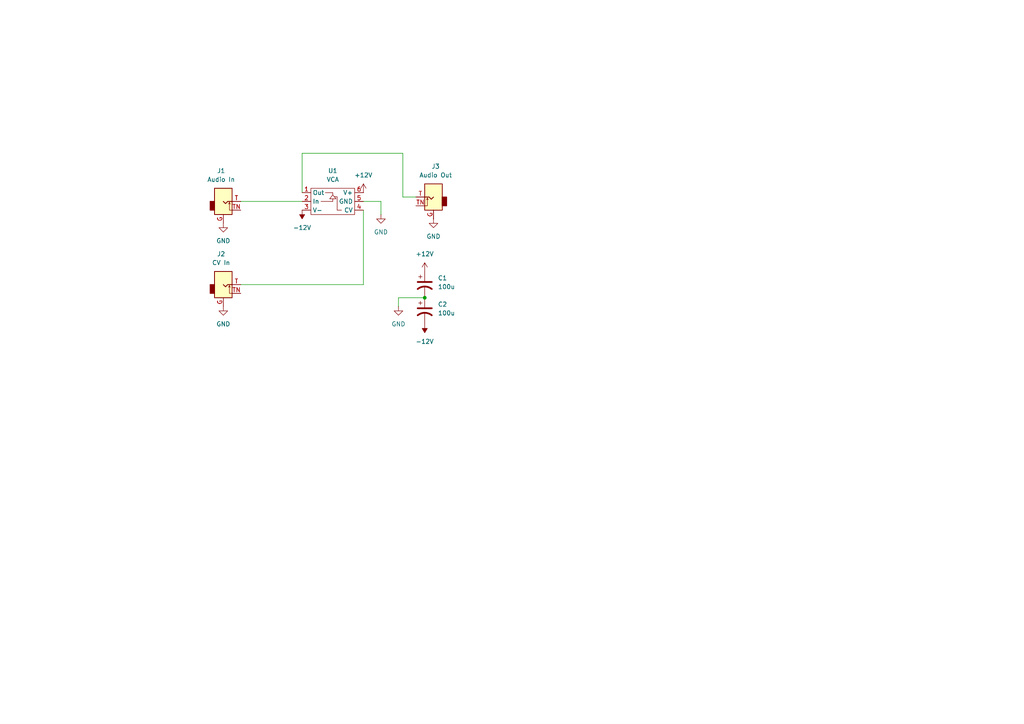
<source format=kicad_sch>
(kicad_sch
	(version 20250114)
	(generator "eeschema")
	(generator_version "9.0")
	(uuid "d10e2252-c3ac-4df3-b7b8-0fc710071a70")
	(paper "A4")
	(lib_symbols
		(symbol "Device:C_Polarized_US"
			(pin_numbers
				(hide yes)
			)
			(pin_names
				(offset 0.254)
				(hide yes)
			)
			(exclude_from_sim no)
			(in_bom yes)
			(on_board yes)
			(property "Reference" "C"
				(at 0.635 2.54 0)
				(effects
					(font
						(size 1.27 1.27)
					)
					(justify left)
				)
			)
			(property "Value" "C_Polarized_US"
				(at 0.635 -2.54 0)
				(effects
					(font
						(size 1.27 1.27)
					)
					(justify left)
				)
			)
			(property "Footprint" ""
				(at 0 0 0)
				(effects
					(font
						(size 1.27 1.27)
					)
					(hide yes)
				)
			)
			(property "Datasheet" "~"
				(at 0 0 0)
				(effects
					(font
						(size 1.27 1.27)
					)
					(hide yes)
				)
			)
			(property "Description" "Polarized capacitor, US symbol"
				(at 0 0 0)
				(effects
					(font
						(size 1.27 1.27)
					)
					(hide yes)
				)
			)
			(property "ki_keywords" "cap capacitor"
				(at 0 0 0)
				(effects
					(font
						(size 1.27 1.27)
					)
					(hide yes)
				)
			)
			(property "ki_fp_filters" "CP_*"
				(at 0 0 0)
				(effects
					(font
						(size 1.27 1.27)
					)
					(hide yes)
				)
			)
			(symbol "C_Polarized_US_0_1"
				(polyline
					(pts
						(xy -2.032 0.762) (xy 2.032 0.762)
					)
					(stroke
						(width 0.508)
						(type default)
					)
					(fill
						(type none)
					)
				)
				(polyline
					(pts
						(xy -1.778 2.286) (xy -0.762 2.286)
					)
					(stroke
						(width 0)
						(type default)
					)
					(fill
						(type none)
					)
				)
				(polyline
					(pts
						(xy -1.27 1.778) (xy -1.27 2.794)
					)
					(stroke
						(width 0)
						(type default)
					)
					(fill
						(type none)
					)
				)
				(arc
					(start -2.032 -1.27)
					(mid 0 -0.5572)
					(end 2.032 -1.27)
					(stroke
						(width 0.508)
						(type default)
					)
					(fill
						(type none)
					)
				)
			)
			(symbol "C_Polarized_US_1_1"
				(pin passive line
					(at 0 3.81 270)
					(length 2.794)
					(name "~"
						(effects
							(font
								(size 1.27 1.27)
							)
						)
					)
					(number "1"
						(effects
							(font
								(size 1.27 1.27)
							)
						)
					)
				)
				(pin passive line
					(at 0 -3.81 90)
					(length 3.302)
					(name "~"
						(effects
							(font
								(size 1.27 1.27)
							)
						)
					)
					(number "2"
						(effects
							(font
								(size 1.27 1.27)
							)
						)
					)
				)
			)
			(embedded_fonts no)
		)
		(symbol "Synth:AudioJack_Ground_Switch"
			(exclude_from_sim no)
			(in_bom yes)
			(on_board yes)
			(property "Reference" "J"
				(at 0 7.366 0)
				(effects
					(font
						(size 1.27 1.27)
					)
				)
			)
			(property "Value" "AudioJack_Ground_Switch"
				(at 0 5.08 0)
				(effects
					(font
						(size 1.27 1.27)
					)
				)
			)
			(property "Footprint" "Synth:Thonkiconn"
				(at 0 0 0)
				(effects
					(font
						(size 1.27 1.27)
					)
					(hide yes)
				)
			)
			(property "Datasheet" "~"
				(at 0 0 0)
				(effects
					(font
						(size 1.27 1.27)
					)
					(hide yes)
				)
			)
			(property "Description" "Audio Jack, 2 Poles (Mono / TS), Grounded Sleeve, Switched T Pole (Normalling)"
				(at 0 0 0)
				(effects
					(font
						(size 1.27 1.27)
					)
					(hide yes)
				)
			)
			(property "ki_keywords" "audio jack receptacle mono headphones phone TS connector"
				(at 0 0 0)
				(effects
					(font
						(size 1.27 1.27)
					)
					(hide yes)
				)
			)
			(property "ki_fp_filters" "Jack*"
				(at 0 0 0)
				(effects
					(font
						(size 1.27 1.27)
					)
					(hide yes)
				)
			)
			(symbol "AudioJack_Ground_Switch_0_1"
				(rectangle
					(start -3.81 0)
					(end -2.54 -2.54)
					(stroke
						(width 0.254)
						(type default)
					)
					(fill
						(type outline)
					)
				)
				(rectangle
					(start -2.54 3.81)
					(end 2.54 -3.81)
					(stroke
						(width 0.254)
						(type default)
					)
					(fill
						(type background)
					)
				)
				(polyline
					(pts
						(xy 0 0) (xy 0.635 -0.635) (xy 1.27 0) (xy 2.54 0)
					)
					(stroke
						(width 0.254)
						(type default)
					)
					(fill
						(type none)
					)
				)
				(polyline
					(pts
						(xy 1.778 -0.254) (xy 2.032 -0.762)
					)
					(stroke
						(width 0)
						(type default)
					)
					(fill
						(type none)
					)
				)
				(polyline
					(pts
						(xy 2.54 -2.54) (xy 1.778 -2.54) (xy 1.778 -0.254) (xy 1.524 -0.762)
					)
					(stroke
						(width 0)
						(type default)
					)
					(fill
						(type none)
					)
				)
			)
			(symbol "AudioJack_Ground_Switch_1_1"
				(pin passive line
					(at 0 -6.35 90)
					(length 2.54)
					(name "~"
						(effects
							(font
								(size 1.27 1.27)
							)
						)
					)
					(number "G"
						(effects
							(font
								(size 1.27 1.27)
							)
						)
					)
				)
				(pin passive line
					(at 5.08 0 180)
					(length 2.54)
					(name "~"
						(effects
							(font
								(size 1.27 1.27)
							)
						)
					)
					(number "T"
						(effects
							(font
								(size 1.27 1.27)
							)
						)
					)
				)
				(pin passive line
					(at 5.08 -2.54 180)
					(length 2.54)
					(name "~"
						(effects
							(font
								(size 1.27 1.27)
							)
						)
					)
					(number "TN"
						(effects
							(font
								(size 1.27 1.27)
							)
						)
					)
				)
			)
			(embedded_fonts no)
		)
		(symbol "power:+12V"
			(power)
			(pin_numbers
				(hide yes)
			)
			(pin_names
				(offset 0)
				(hide yes)
			)
			(exclude_from_sim no)
			(in_bom yes)
			(on_board yes)
			(property "Reference" "#PWR"
				(at 0 -3.81 0)
				(effects
					(font
						(size 1.27 1.27)
					)
					(hide yes)
				)
			)
			(property "Value" "+12V"
				(at 0 3.556 0)
				(effects
					(font
						(size 1.27 1.27)
					)
				)
			)
			(property "Footprint" ""
				(at 0 0 0)
				(effects
					(font
						(size 1.27 1.27)
					)
					(hide yes)
				)
			)
			(property "Datasheet" ""
				(at 0 0 0)
				(effects
					(font
						(size 1.27 1.27)
					)
					(hide yes)
				)
			)
			(property "Description" "Power symbol creates a global label with name \"+12V\""
				(at 0 0 0)
				(effects
					(font
						(size 1.27 1.27)
					)
					(hide yes)
				)
			)
			(property "ki_keywords" "global power"
				(at 0 0 0)
				(effects
					(font
						(size 1.27 1.27)
					)
					(hide yes)
				)
			)
			(symbol "+12V_0_1"
				(polyline
					(pts
						(xy -0.762 1.27) (xy 0 2.54)
					)
					(stroke
						(width 0)
						(type default)
					)
					(fill
						(type none)
					)
				)
				(polyline
					(pts
						(xy 0 2.54) (xy 0.762 1.27)
					)
					(stroke
						(width 0)
						(type default)
					)
					(fill
						(type none)
					)
				)
				(polyline
					(pts
						(xy 0 0) (xy 0 2.54)
					)
					(stroke
						(width 0)
						(type default)
					)
					(fill
						(type none)
					)
				)
			)
			(symbol "+12V_1_1"
				(pin power_in line
					(at 0 0 90)
					(length 0)
					(name "~"
						(effects
							(font
								(size 1.27 1.27)
							)
						)
					)
					(number "1"
						(effects
							(font
								(size 1.27 1.27)
							)
						)
					)
				)
			)
			(embedded_fonts no)
		)
		(symbol "power:-12V"
			(power)
			(pin_numbers
				(hide yes)
			)
			(pin_names
				(offset 0)
				(hide yes)
			)
			(exclude_from_sim no)
			(in_bom yes)
			(on_board yes)
			(property "Reference" "#PWR"
				(at 0 -3.81 0)
				(effects
					(font
						(size 1.27 1.27)
					)
					(hide yes)
				)
			)
			(property "Value" "-12V"
				(at 0 3.556 0)
				(effects
					(font
						(size 1.27 1.27)
					)
				)
			)
			(property "Footprint" ""
				(at 0 0 0)
				(effects
					(font
						(size 1.27 1.27)
					)
					(hide yes)
				)
			)
			(property "Datasheet" ""
				(at 0 0 0)
				(effects
					(font
						(size 1.27 1.27)
					)
					(hide yes)
				)
			)
			(property "Description" "Power symbol creates a global label with name \"-12V\""
				(at 0 0 0)
				(effects
					(font
						(size 1.27 1.27)
					)
					(hide yes)
				)
			)
			(property "ki_keywords" "global power"
				(at 0 0 0)
				(effects
					(font
						(size 1.27 1.27)
					)
					(hide yes)
				)
			)
			(symbol "-12V_0_0"
				(pin power_in line
					(at 0 0 90)
					(length 0)
					(name "~"
						(effects
							(font
								(size 1.27 1.27)
							)
						)
					)
					(number "1"
						(effects
							(font
								(size 1.27 1.27)
							)
						)
					)
				)
			)
			(symbol "-12V_0_1"
				(polyline
					(pts
						(xy 0 0) (xy 0 1.27) (xy 0.762 1.27) (xy 0 2.54) (xy -0.762 1.27) (xy 0 1.27)
					)
					(stroke
						(width 0)
						(type default)
					)
					(fill
						(type outline)
					)
				)
			)
			(embedded_fonts no)
		)
		(symbol "power:GND"
			(power)
			(pin_numbers
				(hide yes)
			)
			(pin_names
				(offset 0)
				(hide yes)
			)
			(exclude_from_sim no)
			(in_bom yes)
			(on_board yes)
			(property "Reference" "#PWR"
				(at 0 -6.35 0)
				(effects
					(font
						(size 1.27 1.27)
					)
					(hide yes)
				)
			)
			(property "Value" "GND"
				(at 0 -3.81 0)
				(effects
					(font
						(size 1.27 1.27)
					)
				)
			)
			(property "Footprint" ""
				(at 0 0 0)
				(effects
					(font
						(size 1.27 1.27)
					)
					(hide yes)
				)
			)
			(property "Datasheet" ""
				(at 0 0 0)
				(effects
					(font
						(size 1.27 1.27)
					)
					(hide yes)
				)
			)
			(property "Description" "Power symbol creates a global label with name \"GND\" , ground"
				(at 0 0 0)
				(effects
					(font
						(size 1.27 1.27)
					)
					(hide yes)
				)
			)
			(property "ki_keywords" "global power"
				(at 0 0 0)
				(effects
					(font
						(size 1.27 1.27)
					)
					(hide yes)
				)
			)
			(symbol "GND_0_1"
				(polyline
					(pts
						(xy 0 0) (xy 0 -1.27) (xy 1.27 -1.27) (xy 0 -2.54) (xy -1.27 -1.27) (xy 0 -1.27)
					)
					(stroke
						(width 0)
						(type default)
					)
					(fill
						(type none)
					)
				)
			)
			(symbol "GND_1_1"
				(pin power_in line
					(at 0 0 270)
					(length 0)
					(name "~"
						(effects
							(font
								(size 1.27 1.27)
							)
						)
					)
					(number "1"
						(effects
							(font
								(size 1.27 1.27)
							)
						)
					)
				)
			)
			(embedded_fonts no)
		)
		(symbol "vca-unit:VCA"
			(exclude_from_sim no)
			(in_bom no)
			(on_board yes)
			(property "Reference" "U"
				(at -1.524 5.08 0)
				(effects
					(font
						(size 1.27 1.27)
					)
				)
			)
			(property "Value" "VCA"
				(at 0.254 -5.08 0)
				(effects
					(font
						(size 1.27 1.27)
					)
				)
			)
			(property "Footprint" "vca-unit:VCA"
				(at 0 0 0)
				(effects
					(font
						(size 1.27 1.27)
					)
					(hide yes)
				)
			)
			(property "Datasheet" ""
				(at 0 0 0)
				(effects
					(font
						(size 1.27 1.27)
					)
					(hide yes)
				)
			)
			(property "Description" ""
				(at 0 0 0)
				(effects
					(font
						(size 1.27 1.27)
					)
					(hide yes)
				)
			)
			(symbol "VCA_0_1"
				(rectangle
					(start -6.35 3.81)
					(end 6.35 -3.81)
					(stroke
						(width 0)
						(type default)
					)
					(fill
						(type none)
					)
				)
				(polyline
					(pts
						(xy -3.4304 0) (xy 0 0)
					)
					(stroke
						(width 0)
						(type default)
					)
					(fill
						(type none)
					)
				)
				(polyline
					(pts
						(xy -2.1639 2.5329) (xy 0 2.54)
					)
					(stroke
						(width 0)
						(type default)
					)
					(fill
						(type none)
					)
				)
				(polyline
					(pts
						(xy 0 2.54) (xy 0 1.9068)
					)
					(stroke
						(width 0)
						(type default)
					)
					(fill
						(type none)
					)
				)
				(polyline
					(pts
						(xy 0 1.8944) (xy -0.9063 0.7521) (xy 0.9436 0.7521) (xy 0.0124 1.882)
					)
					(stroke
						(width 0)
						(type default)
					)
					(fill
						(type none)
					)
				)
				(polyline
					(pts
						(xy 0 0) (xy 0 0.7273)
					)
					(stroke
						(width 0)
						(type default)
					)
					(fill
						(type none)
					)
				)
				(polyline
					(pts
						(xy 2.54 -2.54) (xy 1.27 -2.54) (xy 1.27 1.27) (xy 1.27 1.3473) (xy 0.4587 1.3473)
					)
					(stroke
						(width 0)
						(type default)
					)
					(fill
						(type none)
					)
				)
			)
			(symbol "VCA_1_1"
				(pin output line
					(at -8.89 2.54 0)
					(length 2.54)
					(name "Out"
						(effects
							(font
								(size 1.27 1.27)
							)
						)
					)
					(number "1"
						(effects
							(font
								(size 1.27 1.27)
							)
						)
					)
				)
				(pin input line
					(at -8.89 0 0)
					(length 2.54)
					(name "In"
						(effects
							(font
								(size 1.27 1.27)
							)
						)
					)
					(number "2"
						(effects
							(font
								(size 1.27 1.27)
							)
						)
					)
				)
				(pin power_in line
					(at -8.89 -2.54 0)
					(length 2.54)
					(name "V-"
						(effects
							(font
								(size 1.27 1.27)
							)
						)
					)
					(number "3"
						(effects
							(font
								(size 1.27 1.27)
							)
						)
					)
				)
				(pin power_in line
					(at 8.89 2.54 180)
					(length 2.54)
					(name "V+"
						(effects
							(font
								(size 1.27 1.27)
							)
						)
					)
					(number "6"
						(effects
							(font
								(size 1.27 1.27)
							)
						)
					)
				)
				(pin power_in line
					(at 8.89 0 180)
					(length 2.54)
					(name "GND"
						(effects
							(font
								(size 1.27 1.27)
							)
						)
					)
					(number "5"
						(effects
							(font
								(size 1.27 1.27)
							)
						)
					)
				)
				(pin input line
					(at 8.89 -2.54 180)
					(length 2.54)
					(name "CV"
						(effects
							(font
								(size 1.27 1.27)
							)
						)
					)
					(number "4"
						(effects
							(font
								(size 1.27 1.27)
							)
						)
					)
				)
			)
			(embedded_fonts no)
		)
	)
	(junction
		(at 123.19 86.36)
		(diameter 0)
		(color 0 0 0 0)
		(uuid "635fbf0f-c400-46fd-ac91-731a5823367d")
	)
	(wire
		(pts
			(xy 110.49 58.42) (xy 110.49 62.23)
		)
		(stroke
			(width 0)
			(type default)
		)
		(uuid "07e07c95-56d5-41a8-b6bc-b547ddd599f8")
	)
	(wire
		(pts
			(xy 105.41 58.42) (xy 110.49 58.42)
		)
		(stroke
			(width 0)
			(type default)
		)
		(uuid "2c32b6cb-ba15-4f8e-88cc-32efb7502457")
	)
	(wire
		(pts
			(xy 105.41 82.55) (xy 105.41 60.96)
		)
		(stroke
			(width 0)
			(type default)
		)
		(uuid "2f023014-a8df-404b-a478-d313ba74dfb6")
	)
	(wire
		(pts
			(xy 69.85 82.55) (xy 105.41 82.55)
		)
		(stroke
			(width 0)
			(type default)
		)
		(uuid "57f1e3c8-5550-4596-bdd2-60cf58e7b830")
	)
	(wire
		(pts
			(xy 69.85 58.42) (xy 87.63 58.42)
		)
		(stroke
			(width 0)
			(type default)
		)
		(uuid "6dd61af6-ca82-4719-ab72-d9d6f4f28990")
	)
	(wire
		(pts
			(xy 116.84 57.15) (xy 120.65 57.15)
		)
		(stroke
			(width 0)
			(type default)
		)
		(uuid "7004ccdd-cc5b-4991-b05e-363509e382c5")
	)
	(wire
		(pts
			(xy 115.57 86.36) (xy 123.19 86.36)
		)
		(stroke
			(width 0)
			(type default)
		)
		(uuid "70adb23e-8a86-4160-8d7f-968c4a57fee9")
	)
	(wire
		(pts
			(xy 87.63 55.88) (xy 87.63 44.45)
		)
		(stroke
			(width 0)
			(type default)
		)
		(uuid "71474a0a-1048-4038-8b09-f608e7cab995")
	)
	(wire
		(pts
			(xy 115.57 88.9) (xy 115.57 86.36)
		)
		(stroke
			(width 0)
			(type default)
		)
		(uuid "7caab685-a486-4b83-b821-98c8be2fc594")
	)
	(wire
		(pts
			(xy 87.63 44.45) (xy 116.84 44.45)
		)
		(stroke
			(width 0)
			(type default)
		)
		(uuid "95eb5e7a-70dc-4880-9b9b-353ac9f650a5")
	)
	(wire
		(pts
			(xy 116.84 44.45) (xy 116.84 57.15)
		)
		(stroke
			(width 0)
			(type default)
		)
		(uuid "fa7ea59e-c7f0-4b06-abff-a878aa1f524d")
	)
	(symbol
		(lib_id "power:GND")
		(at 115.57 88.9 0)
		(unit 1)
		(exclude_from_sim no)
		(in_bom yes)
		(on_board yes)
		(dnp no)
		(fields_autoplaced yes)
		(uuid "03e0bb00-71b9-408d-8c1c-4eb7a12b9f3c")
		(property "Reference" "#PWR09"
			(at 115.57 95.25 0)
			(effects
				(font
					(size 1.27 1.27)
				)
				(hide yes)
			)
		)
		(property "Value" "GND"
			(at 115.57 93.98 0)
			(effects
				(font
					(size 1.27 1.27)
				)
			)
		)
		(property "Footprint" ""
			(at 115.57 88.9 0)
			(effects
				(font
					(size 1.27 1.27)
				)
				(hide yes)
			)
		)
		(property "Datasheet" ""
			(at 115.57 88.9 0)
			(effects
				(font
					(size 1.27 1.27)
				)
				(hide yes)
			)
		)
		(property "Description" "Power symbol creates a global label with name \"GND\" , ground"
			(at 115.57 88.9 0)
			(effects
				(font
					(size 1.27 1.27)
				)
				(hide yes)
			)
		)
		(pin "1"
			(uuid "7bef7844-24e6-4e04-b73b-7d2e57508afe")
		)
		(instances
			(project "example"
				(path "/d10e2252-c3ac-4df3-b7b8-0fc710071a70"
					(reference "#PWR09")
					(unit 1)
				)
			)
		)
	)
	(symbol
		(lib_id "power:+12V")
		(at 123.19 78.74 0)
		(unit 1)
		(exclude_from_sim no)
		(in_bom yes)
		(on_board yes)
		(dnp no)
		(fields_autoplaced yes)
		(uuid "1a619492-5d8a-45cd-bb23-b46ab8bb8473")
		(property "Reference" "#PWR07"
			(at 123.19 82.55 0)
			(effects
				(font
					(size 1.27 1.27)
				)
				(hide yes)
			)
		)
		(property "Value" "+12V"
			(at 123.19 73.66 0)
			(effects
				(font
					(size 1.27 1.27)
				)
			)
		)
		(property "Footprint" ""
			(at 123.19 78.74 0)
			(effects
				(font
					(size 1.27 1.27)
				)
				(hide yes)
			)
		)
		(property "Datasheet" ""
			(at 123.19 78.74 0)
			(effects
				(font
					(size 1.27 1.27)
				)
				(hide yes)
			)
		)
		(property "Description" "Power symbol creates a global label with name \"+12V\""
			(at 123.19 78.74 0)
			(effects
				(font
					(size 1.27 1.27)
				)
				(hide yes)
			)
		)
		(pin "1"
			(uuid "99260543-f720-4bf9-ae2d-c7f4c1917fbd")
		)
		(instances
			(project "example"
				(path "/d10e2252-c3ac-4df3-b7b8-0fc710071a70"
					(reference "#PWR07")
					(unit 1)
				)
			)
		)
	)
	(symbol
		(lib_id "Device:C_Polarized_US")
		(at 123.19 82.55 0)
		(unit 1)
		(exclude_from_sim no)
		(in_bom yes)
		(on_board yes)
		(dnp no)
		(fields_autoplaced yes)
		(uuid "253542c5-019a-4f10-bd35-84655afcfd25")
		(property "Reference" "C1"
			(at 127 80.6449 0)
			(effects
				(font
					(size 1.27 1.27)
				)
				(justify left)
			)
		)
		(property "Value" "100u"
			(at 127 83.1849 0)
			(effects
				(font
					(size 1.27 1.27)
				)
				(justify left)
			)
		)
		(property "Footprint" ""
			(at 123.19 82.55 0)
			(effects
				(font
					(size 1.27 1.27)
				)
				(hide yes)
			)
		)
		(property "Datasheet" "~"
			(at 123.19 82.55 0)
			(effects
				(font
					(size 1.27 1.27)
				)
				(hide yes)
			)
		)
		(property "Description" "Polarized capacitor, US symbol"
			(at 123.19 82.55 0)
			(effects
				(font
					(size 1.27 1.27)
				)
				(hide yes)
			)
		)
		(pin "1"
			(uuid "0390b30f-0008-40d1-8071-2a6ad96adb8c")
		)
		(pin "2"
			(uuid "f089fe6a-00e5-4a98-8225-924d7e01358a")
		)
		(instances
			(project ""
				(path "/d10e2252-c3ac-4df3-b7b8-0fc710071a70"
					(reference "C1")
					(unit 1)
				)
			)
		)
	)
	(symbol
		(lib_id "Synth:AudioJack_Ground_Switch")
		(at 125.73 57.15 0)
		(mirror y)
		(unit 1)
		(exclude_from_sim no)
		(in_bom yes)
		(on_board yes)
		(dnp no)
		(uuid "2668fc0e-7b9a-4894-a644-e6afc6b0dc1d")
		(property "Reference" "J3"
			(at 126.365 48.26 0)
			(effects
				(font
					(size 1.27 1.27)
				)
			)
		)
		(property "Value" "Audio Out"
			(at 126.365 50.8 0)
			(effects
				(font
					(size 1.27 1.27)
				)
			)
		)
		(property "Footprint" "Synth:Thonkiconn"
			(at 125.73 57.15 0)
			(effects
				(font
					(size 1.27 1.27)
				)
				(hide yes)
			)
		)
		(property "Datasheet" "~"
			(at 125.73 57.15 0)
			(effects
				(font
					(size 1.27 1.27)
				)
				(hide yes)
			)
		)
		(property "Description" "Audio Jack, 2 Poles (Mono / TS), Grounded Sleeve, Switched T Pole (Normalling)"
			(at 125.73 57.15 0)
			(effects
				(font
					(size 1.27 1.27)
				)
				(hide yes)
			)
		)
		(pin "G"
			(uuid "3a9b1953-1f29-410f-a6bd-8e0ca99aa845")
		)
		(pin "TN"
			(uuid "b0da156c-9ced-4bf1-920f-8c646663bad8")
		)
		(pin "T"
			(uuid "b2b64073-21af-4fa4-88b7-bcaecd657cc0")
		)
		(instances
			(project ""
				(path "/d10e2252-c3ac-4df3-b7b8-0fc710071a70"
					(reference "J3")
					(unit 1)
				)
			)
		)
	)
	(symbol
		(lib_id "vca-unit:VCA")
		(at 96.52 58.42 0)
		(unit 1)
		(exclude_from_sim no)
		(in_bom no)
		(on_board yes)
		(dnp no)
		(fields_autoplaced yes)
		(uuid "5498b670-3244-4170-a4b3-344041f6012b")
		(property "Reference" "U1"
			(at 96.52 49.53 0)
			(effects
				(font
					(size 1.27 1.27)
				)
			)
		)
		(property "Value" "VCA"
			(at 96.52 52.07 0)
			(effects
				(font
					(size 1.27 1.27)
				)
			)
		)
		(property "Footprint" "vca-unit:VCA"
			(at 96.52 58.42 0)
			(effects
				(font
					(size 1.27 1.27)
				)
				(hide yes)
			)
		)
		(property "Datasheet" ""
			(at 96.52 58.42 0)
			(effects
				(font
					(size 1.27 1.27)
				)
				(hide yes)
			)
		)
		(property "Description" ""
			(at 96.52 58.42 0)
			(effects
				(font
					(size 1.27 1.27)
				)
				(hide yes)
			)
		)
		(pin "2"
			(uuid "7713d14b-36ab-48c4-a500-22b7a042430b")
		)
		(pin "4"
			(uuid "535934b6-aed7-4951-92f3-3be767644347")
		)
		(pin "5"
			(uuid "b5f58dac-72f5-498f-b33c-dd1362224f5b")
		)
		(pin "1"
			(uuid "8d3ac469-6bfb-49cb-8e76-77d924d173e0")
		)
		(pin "3"
			(uuid "89579430-712c-4345-aae6-23b294e17653")
		)
		(pin "6"
			(uuid "6ba8c883-39ba-4617-97da-93ed65cff6b8")
		)
		(instances
			(project ""
				(path "/d10e2252-c3ac-4df3-b7b8-0fc710071a70"
					(reference "U1")
					(unit 1)
				)
			)
		)
	)
	(symbol
		(lib_id "power:GND")
		(at 125.73 63.5 0)
		(unit 1)
		(exclude_from_sim no)
		(in_bom yes)
		(on_board yes)
		(dnp no)
		(fields_autoplaced yes)
		(uuid "60bd3b09-eaea-4b19-b6f1-dc2f02ba2f4e")
		(property "Reference" "#PWR06"
			(at 125.73 69.85 0)
			(effects
				(font
					(size 1.27 1.27)
				)
				(hide yes)
			)
		)
		(property "Value" "GND"
			(at 125.73 68.58 0)
			(effects
				(font
					(size 1.27 1.27)
				)
			)
		)
		(property "Footprint" ""
			(at 125.73 63.5 0)
			(effects
				(font
					(size 1.27 1.27)
				)
				(hide yes)
			)
		)
		(property "Datasheet" ""
			(at 125.73 63.5 0)
			(effects
				(font
					(size 1.27 1.27)
				)
				(hide yes)
			)
		)
		(property "Description" "Power symbol creates a global label with name \"GND\" , ground"
			(at 125.73 63.5 0)
			(effects
				(font
					(size 1.27 1.27)
				)
				(hide yes)
			)
		)
		(pin "1"
			(uuid "14bae899-6b12-4c99-a70a-481965b1953e")
		)
		(instances
			(project "example"
				(path "/d10e2252-c3ac-4df3-b7b8-0fc710071a70"
					(reference "#PWR06")
					(unit 1)
				)
			)
		)
	)
	(symbol
		(lib_id "power:-12V")
		(at 87.63 60.96 180)
		(unit 1)
		(exclude_from_sim no)
		(in_bom yes)
		(on_board yes)
		(dnp no)
		(fields_autoplaced yes)
		(uuid "6968dbe0-d2c9-4e6c-8195-2b5a449d9a77")
		(property "Reference" "#PWR01"
			(at 87.63 57.15 0)
			(effects
				(font
					(size 1.27 1.27)
				)
				(hide yes)
			)
		)
		(property "Value" "-12V"
			(at 87.63 66.04 0)
			(effects
				(font
					(size 1.27 1.27)
				)
			)
		)
		(property "Footprint" ""
			(at 87.63 60.96 0)
			(effects
				(font
					(size 1.27 1.27)
				)
				(hide yes)
			)
		)
		(property "Datasheet" ""
			(at 87.63 60.96 0)
			(effects
				(font
					(size 1.27 1.27)
				)
				(hide yes)
			)
		)
		(property "Description" "Power symbol creates a global label with name \"-12V\""
			(at 87.63 60.96 0)
			(effects
				(font
					(size 1.27 1.27)
				)
				(hide yes)
			)
		)
		(pin "1"
			(uuid "10e64ccc-bd76-4e5e-a337-2a8da9a99515")
		)
		(instances
			(project ""
				(path "/d10e2252-c3ac-4df3-b7b8-0fc710071a70"
					(reference "#PWR01")
					(unit 1)
				)
			)
		)
	)
	(symbol
		(lib_id "Synth:AudioJack_Ground_Switch")
		(at 64.77 82.55 0)
		(unit 1)
		(exclude_from_sim no)
		(in_bom yes)
		(on_board yes)
		(dnp no)
		(fields_autoplaced yes)
		(uuid "717e42d8-2b7e-4fe1-b837-1b24b43bf297")
		(property "Reference" "J2"
			(at 64.135 73.66 0)
			(effects
				(font
					(size 1.27 1.27)
				)
			)
		)
		(property "Value" "CV In"
			(at 64.135 76.2 0)
			(effects
				(font
					(size 1.27 1.27)
				)
			)
		)
		(property "Footprint" "Synth:Thonkiconn"
			(at 64.77 82.55 0)
			(effects
				(font
					(size 1.27 1.27)
				)
				(hide yes)
			)
		)
		(property "Datasheet" "~"
			(at 64.77 82.55 0)
			(effects
				(font
					(size 1.27 1.27)
				)
				(hide yes)
			)
		)
		(property "Description" "Audio Jack, 2 Poles (Mono / TS), Grounded Sleeve, Switched T Pole (Normalling)"
			(at 64.77 82.55 0)
			(effects
				(font
					(size 1.27 1.27)
				)
				(hide yes)
			)
		)
		(pin "G"
			(uuid "8a3e8672-2967-4314-a489-faee3a01dbc4")
		)
		(pin "T"
			(uuid "22c45f55-dc54-4ae7-83a8-c68518ab50bf")
		)
		(pin "TN"
			(uuid "b3944293-11b5-4f6d-8814-2ab29d7666ab")
		)
		(instances
			(project ""
				(path "/d10e2252-c3ac-4df3-b7b8-0fc710071a70"
					(reference "J2")
					(unit 1)
				)
			)
		)
	)
	(symbol
		(lib_id "Device:C_Polarized_US")
		(at 123.19 90.17 0)
		(unit 1)
		(exclude_from_sim no)
		(in_bom yes)
		(on_board yes)
		(dnp no)
		(fields_autoplaced yes)
		(uuid "9bb1a197-5202-48ff-b774-51326cce5f54")
		(property "Reference" "C2"
			(at 127 88.2649 0)
			(effects
				(font
					(size 1.27 1.27)
				)
				(justify left)
			)
		)
		(property "Value" "100u"
			(at 127 90.8049 0)
			(effects
				(font
					(size 1.27 1.27)
				)
				(justify left)
			)
		)
		(property "Footprint" ""
			(at 123.19 90.17 0)
			(effects
				(font
					(size 1.27 1.27)
				)
				(hide yes)
			)
		)
		(property "Datasheet" "~"
			(at 123.19 90.17 0)
			(effects
				(font
					(size 1.27 1.27)
				)
				(hide yes)
			)
		)
		(property "Description" "Polarized capacitor, US symbol"
			(at 123.19 90.17 0)
			(effects
				(font
					(size 1.27 1.27)
				)
				(hide yes)
			)
		)
		(pin "1"
			(uuid "8576fdc2-44b1-4d14-bdcb-c8b3d6da6cfc")
		)
		(pin "2"
			(uuid "69938096-55c0-4016-8b2f-fa7020040d4c")
		)
		(instances
			(project "example"
				(path "/d10e2252-c3ac-4df3-b7b8-0fc710071a70"
					(reference "C2")
					(unit 1)
				)
			)
		)
	)
	(symbol
		(lib_id "power:GND")
		(at 64.77 64.77 0)
		(unit 1)
		(exclude_from_sim no)
		(in_bom yes)
		(on_board yes)
		(dnp no)
		(fields_autoplaced yes)
		(uuid "9ca66139-38c8-4381-9bdd-5f38ef1abe8e")
		(property "Reference" "#PWR04"
			(at 64.77 71.12 0)
			(effects
				(font
					(size 1.27 1.27)
				)
				(hide yes)
			)
		)
		(property "Value" "GND"
			(at 64.77 69.85 0)
			(effects
				(font
					(size 1.27 1.27)
				)
			)
		)
		(property "Footprint" ""
			(at 64.77 64.77 0)
			(effects
				(font
					(size 1.27 1.27)
				)
				(hide yes)
			)
		)
		(property "Datasheet" ""
			(at 64.77 64.77 0)
			(effects
				(font
					(size 1.27 1.27)
				)
				(hide yes)
			)
		)
		(property "Description" "Power symbol creates a global label with name \"GND\" , ground"
			(at 64.77 64.77 0)
			(effects
				(font
					(size 1.27 1.27)
				)
				(hide yes)
			)
		)
		(pin "1"
			(uuid "7bd3d2fc-1175-414c-9d17-8f45d5793bd9")
		)
		(instances
			(project "example"
				(path "/d10e2252-c3ac-4df3-b7b8-0fc710071a70"
					(reference "#PWR04")
					(unit 1)
				)
			)
		)
	)
	(symbol
		(lib_id "power:+12V")
		(at 105.41 55.88 0)
		(unit 1)
		(exclude_from_sim no)
		(in_bom yes)
		(on_board yes)
		(dnp no)
		(fields_autoplaced yes)
		(uuid "a77a9ff8-87b7-43fe-8197-cc762d9342e8")
		(property "Reference" "#PWR02"
			(at 105.41 59.69 0)
			(effects
				(font
					(size 1.27 1.27)
				)
				(hide yes)
			)
		)
		(property "Value" "+12V"
			(at 105.41 50.8 0)
			(effects
				(font
					(size 1.27 1.27)
				)
			)
		)
		(property "Footprint" ""
			(at 105.41 55.88 0)
			(effects
				(font
					(size 1.27 1.27)
				)
				(hide yes)
			)
		)
		(property "Datasheet" ""
			(at 105.41 55.88 0)
			(effects
				(font
					(size 1.27 1.27)
				)
				(hide yes)
			)
		)
		(property "Description" "Power symbol creates a global label with name \"+12V\""
			(at 105.41 55.88 0)
			(effects
				(font
					(size 1.27 1.27)
				)
				(hide yes)
			)
		)
		(pin "1"
			(uuid "8948fbe0-c152-497e-8c36-e59bd66ec733")
		)
		(instances
			(project ""
				(path "/d10e2252-c3ac-4df3-b7b8-0fc710071a70"
					(reference "#PWR02")
					(unit 1)
				)
			)
		)
	)
	(symbol
		(lib_id "power:GND")
		(at 110.49 62.23 0)
		(unit 1)
		(exclude_from_sim no)
		(in_bom yes)
		(on_board yes)
		(dnp no)
		(fields_autoplaced yes)
		(uuid "b7538418-3e9f-48f0-bc3e-a3f7551e5033")
		(property "Reference" "#PWR03"
			(at 110.49 68.58 0)
			(effects
				(font
					(size 1.27 1.27)
				)
				(hide yes)
			)
		)
		(property "Value" "GND"
			(at 110.49 67.31 0)
			(effects
				(font
					(size 1.27 1.27)
				)
			)
		)
		(property "Footprint" ""
			(at 110.49 62.23 0)
			(effects
				(font
					(size 1.27 1.27)
				)
				(hide yes)
			)
		)
		(property "Datasheet" ""
			(at 110.49 62.23 0)
			(effects
				(font
					(size 1.27 1.27)
				)
				(hide yes)
			)
		)
		(property "Description" "Power symbol creates a global label with name \"GND\" , ground"
			(at 110.49 62.23 0)
			(effects
				(font
					(size 1.27 1.27)
				)
				(hide yes)
			)
		)
		(pin "1"
			(uuid "0db56cdc-c43a-4c55-8a04-a9292695868a")
		)
		(instances
			(project ""
				(path "/d10e2252-c3ac-4df3-b7b8-0fc710071a70"
					(reference "#PWR03")
					(unit 1)
				)
			)
		)
	)
	(symbol
		(lib_id "power:GND")
		(at 64.77 88.9 0)
		(unit 1)
		(exclude_from_sim no)
		(in_bom yes)
		(on_board yes)
		(dnp no)
		(fields_autoplaced yes)
		(uuid "c81cc55b-82ae-45c0-a02c-f92e59f5909c")
		(property "Reference" "#PWR05"
			(at 64.77 95.25 0)
			(effects
				(font
					(size 1.27 1.27)
				)
				(hide yes)
			)
		)
		(property "Value" "GND"
			(at 64.77 93.98 0)
			(effects
				(font
					(size 1.27 1.27)
				)
			)
		)
		(property "Footprint" ""
			(at 64.77 88.9 0)
			(effects
				(font
					(size 1.27 1.27)
				)
				(hide yes)
			)
		)
		(property "Datasheet" ""
			(at 64.77 88.9 0)
			(effects
				(font
					(size 1.27 1.27)
				)
				(hide yes)
			)
		)
		(property "Description" "Power symbol creates a global label with name \"GND\" , ground"
			(at 64.77 88.9 0)
			(effects
				(font
					(size 1.27 1.27)
				)
				(hide yes)
			)
		)
		(pin "1"
			(uuid "e8e308ad-c32c-4a87-a5b7-42d3ca243fdb")
		)
		(instances
			(project "example"
				(path "/d10e2252-c3ac-4df3-b7b8-0fc710071a70"
					(reference "#PWR05")
					(unit 1)
				)
			)
		)
	)
	(symbol
		(lib_id "power:-12V")
		(at 123.19 93.98 180)
		(unit 1)
		(exclude_from_sim no)
		(in_bom yes)
		(on_board yes)
		(dnp no)
		(fields_autoplaced yes)
		(uuid "d62385b8-0390-4b00-9f94-ca57f74eb207")
		(property "Reference" "#PWR08"
			(at 123.19 90.17 0)
			(effects
				(font
					(size 1.27 1.27)
				)
				(hide yes)
			)
		)
		(property "Value" "-12V"
			(at 123.19 99.06 0)
			(effects
				(font
					(size 1.27 1.27)
				)
			)
		)
		(property "Footprint" ""
			(at 123.19 93.98 0)
			(effects
				(font
					(size 1.27 1.27)
				)
				(hide yes)
			)
		)
		(property "Datasheet" ""
			(at 123.19 93.98 0)
			(effects
				(font
					(size 1.27 1.27)
				)
				(hide yes)
			)
		)
		(property "Description" "Power symbol creates a global label with name \"-12V\""
			(at 123.19 93.98 0)
			(effects
				(font
					(size 1.27 1.27)
				)
				(hide yes)
			)
		)
		(pin "1"
			(uuid "ff0b4e2a-3205-4ae2-912f-18224a1f3908")
		)
		(instances
			(project "example"
				(path "/d10e2252-c3ac-4df3-b7b8-0fc710071a70"
					(reference "#PWR08")
					(unit 1)
				)
			)
		)
	)
	(symbol
		(lib_id "Synth:AudioJack_Ground_Switch")
		(at 64.77 58.42 0)
		(unit 1)
		(exclude_from_sim no)
		(in_bom yes)
		(on_board yes)
		(dnp no)
		(fields_autoplaced yes)
		(uuid "e4e37728-d0ab-4107-b844-f2725a430849")
		(property "Reference" "J1"
			(at 64.135 49.53 0)
			(effects
				(font
					(size 1.27 1.27)
				)
			)
		)
		(property "Value" "Audio In"
			(at 64.135 52.07 0)
			(effects
				(font
					(size 1.27 1.27)
				)
			)
		)
		(property "Footprint" "Synth:Thonkiconn"
			(at 64.77 58.42 0)
			(effects
				(font
					(size 1.27 1.27)
				)
				(hide yes)
			)
		)
		(property "Datasheet" "~"
			(at 64.77 58.42 0)
			(effects
				(font
					(size 1.27 1.27)
				)
				(hide yes)
			)
		)
		(property "Description" "Audio Jack, 2 Poles (Mono / TS), Grounded Sleeve, Switched T Pole (Normalling)"
			(at 64.77 58.42 0)
			(effects
				(font
					(size 1.27 1.27)
				)
				(hide yes)
			)
		)
		(pin "TN"
			(uuid "e2706bab-0fd3-4a81-a51b-05cace5dbf66")
		)
		(pin "G"
			(uuid "01292ba2-733a-4750-897c-54a0c9d4a361")
		)
		(pin "T"
			(uuid "dbe98810-ae86-4d03-a0a2-f3b69a9ff418")
		)
		(instances
			(project ""
				(path "/d10e2252-c3ac-4df3-b7b8-0fc710071a70"
					(reference "J1")
					(unit 1)
				)
			)
		)
	)
	(sheet_instances
		(path "/"
			(page "1")
		)
	)
	(embedded_fonts no)
)

</source>
